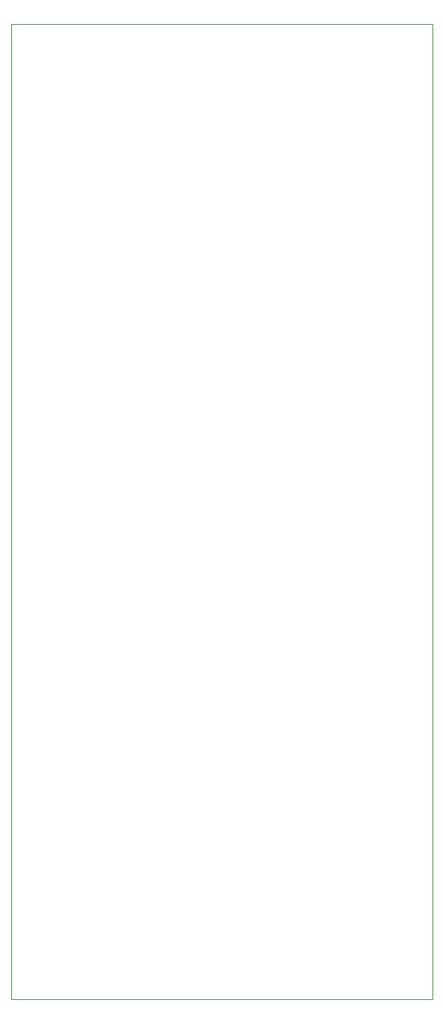
<source format=gbr>
%TF.GenerationSoftware,KiCad,Pcbnew,(6.0.9)*%
%TF.CreationDate,2023-04-09T12:51:12-04:00*%
%TF.ProjectId,MainPad,4d61696e-5061-4642-9e6b-696361645f70,rev?*%
%TF.SameCoordinates,Original*%
%TF.FileFunction,Profile,NP*%
%FSLAX46Y46*%
G04 Gerber Fmt 4.6, Leading zero omitted, Abs format (unit mm)*
G04 Created by KiCad (PCBNEW (6.0.9)) date 2023-04-09 12:51:12*
%MOMM*%
%LPD*%
G01*
G04 APERTURE LIST*
%TA.AperFunction,Profile*%
%ADD10C,0.100000*%
%TD*%
G04 APERTURE END LIST*
D10*
X166370000Y-136525000D02*
X118872000Y-136525000D01*
X118872000Y-136525000D02*
X118872000Y-26670000D01*
X118872000Y-26670000D02*
X166370000Y-26670000D01*
X166370000Y-26670000D02*
X166370000Y-136525000D01*
M02*

</source>
